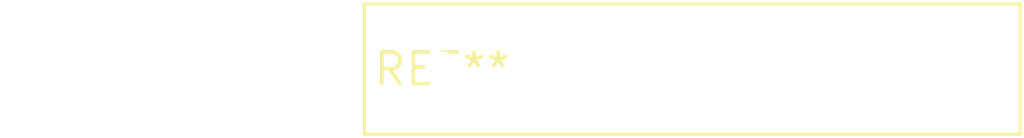
<source format=kicad_pcb>
(kicad_pcb (version 20240108) (generator pcbnew)
  (layers (0 "F.Cu" signal) (31 "B.Cu" signal) (34 "B.Paste" user) (35 "F.Paste" user) (36 "B.SilkS" user "B.Silkscreen") (37 "F.SilkS" user "F.Silkscreen") (38 "B.Mask" user) (39 "F.Mask" user) (44 "Edge.Cuts" user))
  (net 0 "")
  (footprint "R_Box_L26.0mm_W5.0mm_P20.00mm" (layer "F.Cu") (at 0 0)
    (property "Reference" "REF**")
    (property "Value" "R_Box_L26.0mm_W5.0mm_P20.00mm")
    (fp_line (start -3.12 -2.62) (end -3.12 2.62) (layer "F.SilkS") (stroke (width 0.12)))
    (fp_line (start -3.12 -2.62) (end 23.12 -2.62) (layer "F.SilkS") (stroke (width 0.12)))
    (fp_line (start -3.12 2.62) (end 23.12 2.62) (layer "F.SilkS") (stroke (width 0.12)))
    (fp_line (start 23.12 -2.62) (end 23.12 2.62) (layer "F.SilkS") (stroke (width 0.12)))
    (pad "1" thru_hole circle (at 0 0) (size 2.8 2.8) (drill 1.4) (layers *.Cu *.Mask) (remove_unused_layers))
    (pad "2" thru_hole circle (at 20 0) (size 2.8 2.8) (drill 1.4) (layers *.Cu *.Mask) (remove_unused_layers))
  )
)
</source>
